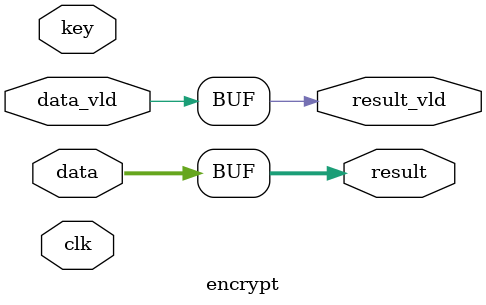
<source format=sv>
module encrypt(

    input  logic clk,

// input signal

    input logic [0:63] data,
    input logic data_vld,
    input logic [0:63] key,

// output signal

    output logic [0:63] result,
    output logic result_vld
);

// no encrypt
assign result = data;
assign result_vld = data_vld;


// algorithm : ----------------------------------------des------------------------------------------
//     logic [0:63] data_ip;
//     logic [0:55] key_pc1;
//     logic [0:27] key_c, key_d;
//     logic [0:55] key_cd;
//     logic [0:47] subkey;

//     logic [0:3] round;
//     logic data_vld_reg;

// // cnt round
//     always_ff @( posedge clk ) begin
//         if(data_vld == 1'b1) begin
//             data_vld_reg <= 1'b1;
//         end else if(round == 4'b1111) begin
//             data_vld_reg <= 1'b0;
//         end
//     end

//     always_ff @( posedge clk ) begin
//         if ( data_vld == 1'b1 ) begin
//             round <= 4'b0;
//         end else if ( data_vld_reg == 1'b1 ) begin
//             round <= round + 4'b1;
//         end
//     end

// // sbox
//     logic [0:3] sbox1 [0:3][0:15] = '{
//     {4'd14, 4'd4, 4'd13, 4'd1, 4'd2, 4'd15, 4'd11, 4'd8, 4'd3, 4'd10, 4'd6, 4'd12, 4'd5, 4'd9, 4'd0, 4'd7},
//     {4'd0, 4'd15, 4'd7, 4'd4, 4'd14, 4'd2, 4'd13, 4'd1, 4'd10, 4'd6, 4'd12, 4'd11, 4'd9, 4'd5, 4'd3, 4'd8},
//     {4'd4, 4'd1, 4'd14, 4'd8, 4'd13, 4'd6, 4'd2, 4'd11, 4'd15, 4'd12, 4'd9, 4'd7, 4'd3, 4'd10, 4'd5, 4'd0},
//     {4'd15, 4'd12, 4'd8, 4'd2, 4'd4, 4'd9, 4'd1, 4'd7, 4'd5, 4'd11, 4'd3, 4'd14, 4'd10, 4'd0, 4'd6, 4'd13}
//     };

//     logic [0:3] sbox2 [0:3][0:15] = '{
//     {4'd15, 4'd1, 4'd8, 4'd14, 4'd6, 4'd11, 4'd3, 4'd4, 4'd9, 4'd7, 4'd2, 4'd13, 4'd12, 4'd0, 4'd5, 4'd10},
//     {4'd3, 4'd13, 4'd4, 4'd7, 4'd15, 4'd2, 4'd8, 4'd14, 4'd12, 4'd0, 4'd1, 4'd10, 4'd6, 4'd9, 4'd11, 4'd5},
//     {4'd0, 4'd14, 4'd7, 4'd11, 4'd10, 4'd4, 4'd13, 4'd1, 4'd5, 4'd8, 4'd12, 4'd6, 4'd9, 4'd3, 4'd2, 4'd15},
//     {4'd13, 4'd8, 4'd10, 4'd1, 4'd3, 4'd15, 4'd4, 4'd2, 4'd11, 4'd6, 4'd7, 4'd12, 4'd0, 4'd5, 4'd14, 4'd9}
//     };

//     logic [0:3] sbox3 [0:3][0:15] = '{
//     {4'd10, 4'd0, 4'd9, 4'd14, 4'd6, 4'd3, 4'd15, 4'd5, 4'd1, 4'd13, 4'd12, 4'd7, 4'd11, 4'd4, 4'd2, 4'd8},
//     {4'd13, 4'd7, 4'd0, 4'd9, 4'd3, 4'd4, 4'd6, 4'd10, 4'd2, 4'd8, 4'd5, 4'd14, 4'd12, 4'd11, 4'd15, 4'd1},
//     {4'd13, 4'd6, 4'd4, 4'd9, 4'd8, 4'd15, 4'd3, 4'd0, 4'd11, 4'd1, 4'd2, 4'd12, 4'd5, 4'd10, 4'd14, 4'd7},
//     {4'd1, 4'd10, 4'd13, 4'd0, 4'd6, 4'd9, 4'd8, 4'd7, 4'd4, 4'd15, 4'd14, 4'd3, 4'd11, 4'd5, 4'd2, 4'd12}
//     };

//     logic [0:3] sbox4 [0:3][0:15] = '{
//     {4'd7, 4'd13, 4'd14, 4'd3, 4'd0, 4'd6, 4'd9, 4'd10, 4'd1, 4'd2, 4'd8, 4'd5, 4'd11, 4'd12, 4'd4, 4'd15},
//     {4'd13, 4'd8, 4'd11, 4'd5, 4'd6, 4'd15, 4'd0, 4'd3, 4'd4, 4'd7, 4'd2, 4'd12, 4'd1, 4'd10, 4'd14, 4'd9},
//     {4'd10, 4'd6, 4'd9, 4'd0, 4'd12, 4'd11, 4'd7, 4'd13, 4'd15, 4'd1, 4'd3, 4'd14, 4'd5, 4'd2, 4'd8, 4'd4},
//     {4'd3, 4'd15, 4'd0, 4'd6, 4'd10, 4'd1, 4'd13, 4'd8, 4'd9, 4'd4, 4'd5, 4'd11, 4'd12, 4'd7, 4'd2, 4'd14}
//     };

//     logic [0:3] sbox5 [0:3][0:15] = '{
//     {4'd2, 4'd12, 4'd4, 4'd1, 4'd7, 4'd10, 4'd11, 4'd6, 4'd8, 4'd5, 4'd3, 4'd15, 4'd13, 4'd0, 4'd14, 4'd9},
//     {4'd14, 4'd11, 4'd2, 4'd12, 4'd4, 4'd7, 4'd13, 4'd1, 4'd5, 4'd0, 4'd15, 4'd10, 4'd3, 4'd9, 4'd8, 4'd6},
//     {4'd4, 4'd2, 4'd1, 4'd11, 4'd10, 4'd13, 4'd7, 4'd8, 4'd15, 4'd9, 4'd12, 4'd5, 4'd6, 4'd3, 4'd0, 4'd14},
//     {4'd11, 4'd8, 4'd12, 4'd7, 4'd1, 4'd14, 4'd2, 4'd13, 4'd6, 4'd15, 4'd0, 4'd9, 4'd10, 4'd4, 4'd5, 4'd3}
//     };

//     logic [0:3] sbox6 [0:3][0:15] = '{
//     {4'd12, 4'd1, 4'd10, 4'd15, 4'd9, 4'd2, 4'd6, 4'd8, 4'd0, 4'd13, 4'd3, 4'd4, 4'd14, 4'd7, 4'd5, 4'd11},
//     {4'd10, 4'd15, 4'd4, 4'd2, 4'd7, 4'd12, 4'd9, 4'd5, 4'd6, 4'd1, 4'd13, 4'd14, 4'd0, 4'd11, 4'd3, 4'd8},
//     {4'd9, 4'd14, 4'd15, 4'd5, 4'd2, 4'd8, 4'd12, 4'd3, 4'd7, 4'd0, 4'd4, 4'd10, 4'd1, 4'd13, 4'd11, 4'd6},
//     {4'd4, 4'd3, 4'd2, 4'd12, 4'd9, 4'd5, 4'd15, 4'd10, 4'd11, 4'd14, 4'd1, 4'd7, 4'd6, 4'd0, 4'd8, 4'd13}
//     };

//     logic [0:3] sbox7 [0:3][0:15] = '{
//     {4'd4, 4'd11, 4'd2, 4'd14, 4'd15, 4'd0, 4'd8, 4'd13, 4'd3, 4'd12, 4'd9, 4'd7, 4'd5, 4'd10, 4'd6, 4'd1},
//     {4'd13, 4'd0, 4'd11, 4'd7, 4'd4, 4'd9, 4'd1, 4'd10, 4'd14, 4'd3, 4'd5, 4'd12, 4'd2, 4'd15, 4'd8, 4'd6},
//     {4'd1, 4'd4, 4'd11, 4'd13, 4'd12, 4'd3, 4'd7, 4'd14, 4'd10, 4'd15, 4'd6, 4'd8, 4'd0, 4'd5, 4'd9, 4'd2},
//     {4'd6, 4'd11, 4'd13, 4'd8, 4'd1, 4'd4, 4'd10, 4'd7, 4'd9, 4'd5, 4'd0, 4'd15, 4'd14, 4'd2, 4'd3, 4'd12}
//     };

//     logic [0:3] sbox8 [0:3][0:15] = '{
//     {4'd13, 4'd2, 4'd8, 4'd4, 4'd6, 4'd15, 4'd11, 4'd1, 4'd10, 4'd9, 4'd3, 4'd14, 4'd5, 4'd0, 4'd12, 4'd7},
//     {4'd1, 4'd15, 4'd13, 4'd8, 4'd10, 4'd3, 4'd7, 4'd4, 4'd12, 4'd5, 4'd6, 4'd11, 4'd0, 4'd14, 4'd9, 4'd2},
//     {4'd7, 4'd11, 4'd4, 4'd1, 4'd9, 4'd12, 4'd14, 4'd2, 4'd0, 4'd6, 4'd10, 4'd13, 4'd15, 4'd3, 4'd5, 4'd8},
//     {4'd2, 4'd1, 4'd14, 4'd7, 4'd4, 4'd10, 4'd8, 4'd13, 4'd15, 4'd12, 4'd9, 4'd0, 4'd3, 4'd5, 4'd6, 4'd11}
//     };

// // f_encryption
// function logic [0:63] f_encryption( logic [0:63] data_ip, logic [0:47] subkey);

//     logic [0:47] data_ep, data_km;
//     logic [0:31] data_s, data_p;
//     logic [0:31] data_r;

//     assign data_r = data_ip[32:63];

//     // step 1 : expansion permutation
//     assign data_ep = {
//     data_r[31], data_r[0],  data_r[1],  data_r[2],  data_r[3],  data_r[4],
//     data_r[3],  data_r[4],  data_r[5],  data_r[6],  data_r[7],  data_r[8],
//     data_r[7],  data_r[8],  data_r[9],  data_r[10], data_r[11], data_r[12],
//     data_r[11], data_r[12], data_r[13], data_r[14], data_r[15], data_r[16],
//     data_r[15], data_r[16], data_r[17], data_r[18], data_r[19], data_r[20],
//     data_r[19], data_r[20], data_r[21], data_r[22], data_r[23], data_r[24],
//     data_r[23], data_r[24], data_r[25], data_r[26], data_r[27], data_r[28],
//     data_r[27], data_r[28], data_r[29], data_r[30], data_r[31], data_r[0]
//     };

//     // step 2 : key mixing
//     assign data_km = data_ep ^ subkey;

//     // step 3 : substitution

//     assign data_s = {
//     sbox1[{data_km[0], data_km[5]}][{data_km[1:4]}], sbox2[{data_km[6], data_km[11]}][{data_km[7:10]}], sbox3[{data_km[12], data_km[17]}][{data_km[13:16]}], sbox4[{data_km[18], data_km[23]}][{data_km[19:22]}],
//     sbox5[{data_km[24], data_km[29]}][{data_km[25:28]}], sbox6[{data_km[30], data_km[35]}][{data_km[31:34]}], sbox7[{data_km[36], data_km[41]}][{data_km[37:40]}], sbox8[{data_km[42], data_km[47]}][{data_km[43:46]}]
//     };

//     // step 4 : permutation
//     assign data_p = {
//     data_s[15], data_s[6],  data_s[19], data_s[20], data_s[28], data_s[11], data_s[27], data_s[16],
//     data_s[0],  data_s[14], data_s[22], data_s[25], data_s[4],  data_s[17], data_s[30], data_s[9],
//     data_s[1],  data_s[7],  data_s[23], data_s[13], data_s[31], data_s[26], data_s[2],  data_s[8],
//     data_s[18], data_s[12], data_s[29], data_s[5],  data_s[21], data_s[10], data_s[3],  data_s[24]
//     };

//     // step 5 : xor
//     return {  data_ip[32:63], data_ip[0:31] ^ data_p  };

// endfunction

// // 16 rounds of encryption
//     assign key_pc1 = {
//     key[56], key[48], key[40], key[32], key[24], key[16], key[8],
//     key[0],  key[57], key[49], key[41], key[33], key[25], key[17],
//     key[9],  key[1],  key[58], key[50], key[42], key[34], key[26],
//     key[18], key[10], key[2],  key[59], key[51], key[43], key[35],
//     key[62], key[54], key[46], key[38], key[30], key[22], key[14],
//     key[6],  key[61], key[53], key[45], key[37], key[29], key[21],
//     key[13], key[5],  key[60], key[52], key[44], key[36], key[28],
//     key[20], key[12], key[4],  key[27], key[19], key[11], key[3]
//     };


//     assign key_cd = {key_c, key_d};

//     assign subkey = {
//     key_cd[13], key_cd[16], key_cd[10], key_cd[23], key_cd[0],  key_cd[4],  key_cd[2],  key_cd[27],
//     key_cd[14], key_cd[5],  key_cd[20], key_cd[9],  key_cd[22], key_cd[18], key_cd[11], key_cd[3],
//     key_cd[25], key_cd[7],  key_cd[15], key_cd[6],  key_cd[26], key_cd[19], key_cd[12], key_cd[1],
//     key_cd[40], key_cd[51], key_cd[30], key_cd[36], key_cd[46], key_cd[54], key_cd[29], key_cd[39],
//     key_cd[50], key_cd[44], key_cd[32], key_cd[47], key_cd[43], key_cd[48], key_cd[38], key_cd[55],
//     key_cd[33], key_cd[52], key_cd[45], key_cd[41], key_cd[49], key_cd[35], key_cd[28], key_cd[31]
//     };

//     always_ff @( posedge clk ) begin
//         if ( data_vld == 1'b1 ) begin
//             data_ip <=  {
//                         data[57], data[49], data[41], data[33], data[25], data[17], data[9],  data[1],
//                         data[59], data[51], data[43], data[35], data[27], data[19], data[11], data[3],
//                         data[61], data[53], data[45], data[37], data[29], data[21], data[13], data[5],
//                         data[63], data[55], data[47], data[39], data[31], data[23], data[15], data[7],
//                         data[56], data[48], data[40], data[32], data[24], data[16], data[8],  data[0],
//                         data[58], data[50], data[42], data[34], data[26], data[18], data[10], data[2],
//                         data[60], data[52], data[44], data[36], data[28], data[20], data[12], data[4],
//                         data[62], data[54], data[46], data[38], data[30], data[22], data[14], data[6]
//                         };
//         end else if ( data_vld_reg == 1'b1 ) begin
//             data_ip <= f_encryption(data_ip, subkey);
//         end
//     end

//     always_ff @( posedge clk ) begin
//         if ( data_vld == 1'b1 ) begin
//             key_c <= {key_pc1[1:27], key_pc1[0]};
//             key_d <= {key_pc1[29:55],key_pc1[28]};
//         end else if ( data_vld_reg == 1'b1 ) begin
//             if ( round == 4'd0 || round == 4'd7 || round == 4'd14 ) begin
//                 key_c <= { key_c[1:27], key_c[0]};
//                 key_d <= { key_d[1:27], key_d[0]};
//             end else begin
//                 key_c <= { key_c[2:27], key_c[0:1] };
//                 key_d <= { key_d[2:27], key_d[0:1] };
//             end
//         end
//     end

// // final permutation
//     logic [0:63] data_f_rlt;
//     assign data_f_rlt = { data_ip[32:63] , data_ip[0:31] };
    
//     assign result = {
//     data_f_rlt[39], data_f_rlt[7],  data_f_rlt[47], data_f_rlt[15], data_f_rlt[55], data_f_rlt[23], data_f_rlt[63], data_f_rlt[31],
//     data_f_rlt[38], data_f_rlt[6],  data_f_rlt[46], data_f_rlt[14], data_f_rlt[54], data_f_rlt[22], data_f_rlt[62], data_f_rlt[30],
//     data_f_rlt[37], data_f_rlt[5],  data_f_rlt[45], data_f_rlt[13], data_f_rlt[53], data_f_rlt[21], data_f_rlt[61], data_f_rlt[29],
//     data_f_rlt[36], data_f_rlt[4],  data_f_rlt[44], data_f_rlt[12], data_f_rlt[52], data_f_rlt[20], data_f_rlt[60], data_f_rlt[28],
//     data_f_rlt[35], data_f_rlt[3],  data_f_rlt[43], data_f_rlt[11], data_f_rlt[51], data_f_rlt[19], data_f_rlt[59], data_f_rlt[27],
//     data_f_rlt[34], data_f_rlt[2],  data_f_rlt[42], data_f_rlt[10], data_f_rlt[50], data_f_rlt[18], data_f_rlt[58], data_f_rlt[26],
//     data_f_rlt[33], data_f_rlt[1],  data_f_rlt[41], data_f_rlt[9],  data_f_rlt[49], data_f_rlt[17], data_f_rlt[57], data_f_rlt[25],
//     data_f_rlt[32], data_f_rlt[0],  data_f_rlt[40], data_f_rlt[8],  data_f_rlt[48], data_f_rlt[16], data_f_rlt[56], data_f_rlt[24]
//     };

//     always_ff @( posedge clk ) begin
//         if ( round == 4'b1111 ) begin
//             result_vld <= 1'b1;
//         end
//         else begin
//             result_vld <= 1'b0;
//         end
//     end
//------------------------------------------------------------------------------------------------------------

endmodule
</source>
